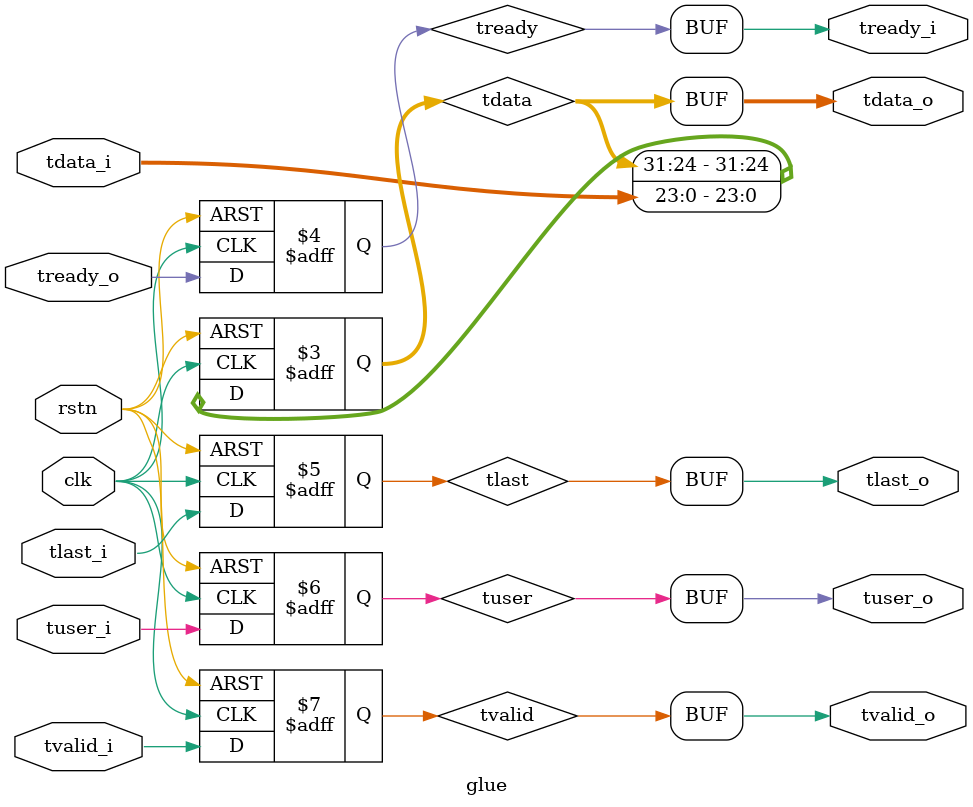
<source format=v>
module glue(
    input [23:0] tdata_i,
    input tlast_i,tuser_i,tvalid_i,
    output tready_i,
    output [31:0] tdata_o,
    output tlast_o,tuser_o,tvalid_o,
    input tready_o,
    input clk,rstn

);

reg[31:0] tdata;
reg tready,tlast,tuser,tvalid; 

assign tlast_o = tlast;
assign tuser_o = tuser;
assign tvalid_o = tvalid;
assign tready_i = tready;
assign tdata_o = tdata;

always@(posedge clk or negedge rstn) begin
    if (~rstn) begin
        tdata <= {32{1'b0}};
        tready <= 1'b0;
        tlast <= 1'b0;
        tuser  <= 1'b0;
        tvalid <= 1'b0;
        
    end    
    else begin
        tdata [23:0] <= tdata_i [23:0];
        tready <= tready_o;
        tlast <= tlast_i;
        tuser <= tuser_i;
        tvalid <= tvalid_i;
       
    end

end

endmodule
</source>
